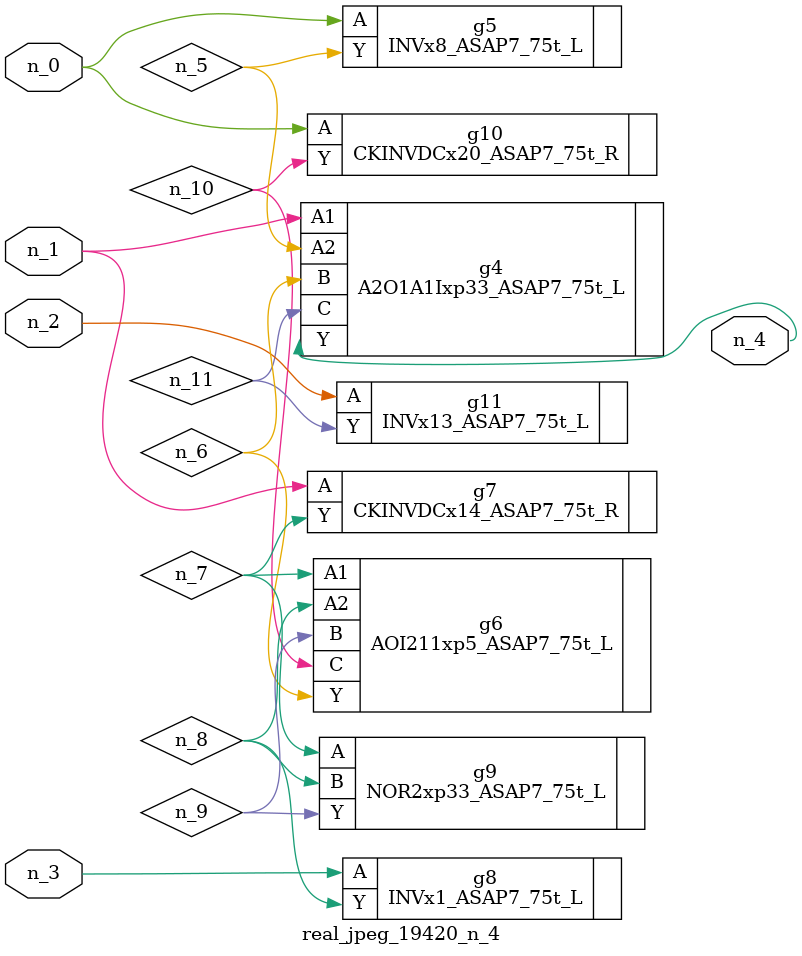
<source format=v>
module real_jpeg_19420_n_4 (n_3, n_1, n_0, n_2, n_4);

input n_3;
input n_1;
input n_0;
input n_2;

output n_4;

wire n_5;
wire n_8;
wire n_11;
wire n_6;
wire n_7;
wire n_10;
wire n_9;

INVx8_ASAP7_75t_L g5 ( 
.A(n_0),
.Y(n_5)
);

CKINVDCx20_ASAP7_75t_R g10 ( 
.A(n_0),
.Y(n_10)
);

A2O1A1Ixp33_ASAP7_75t_L g4 ( 
.A1(n_1),
.A2(n_5),
.B(n_6),
.C(n_11),
.Y(n_4)
);

CKINVDCx14_ASAP7_75t_R g7 ( 
.A(n_1),
.Y(n_7)
);

INVx13_ASAP7_75t_L g11 ( 
.A(n_2),
.Y(n_11)
);

INVx1_ASAP7_75t_L g8 ( 
.A(n_3),
.Y(n_8)
);

AOI211xp5_ASAP7_75t_L g6 ( 
.A1(n_7),
.A2(n_8),
.B(n_9),
.C(n_10),
.Y(n_6)
);

NOR2xp33_ASAP7_75t_L g9 ( 
.A(n_7),
.B(n_8),
.Y(n_9)
);


endmodule
</source>
